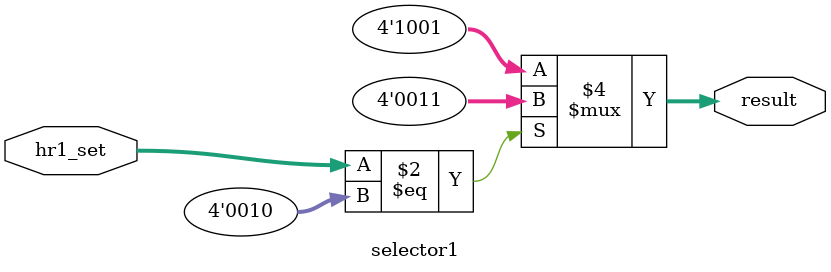
<source format=v>
`timescale 1ns / 1ps


module selector1(hr1_set, result);
    input [3:0] hr1_set;
    output [3:0] result;
    reg [3:0] result;
    always @* begin
        if(hr1_set == 4'd2)
            result = 4'd3;
        else 
            result = 4'd9;
    end
endmodule

</source>
